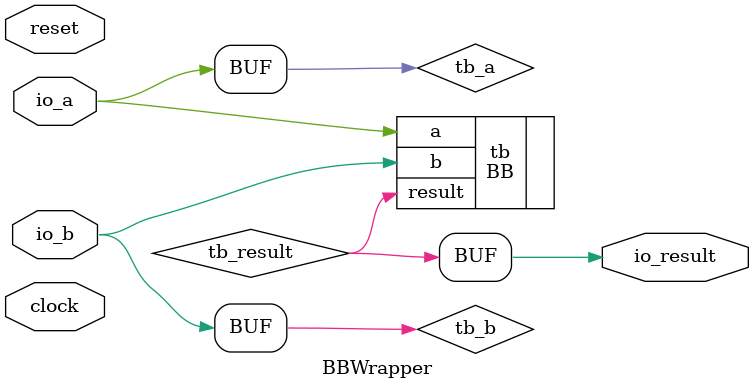
<source format=v>
module BBWrapper( // @[:@11.2]
  input   clock, // @[:@12.4]
  input   reset, // @[:@13.4]
  input   io_a, // @[:@14.4]
  input   io_b, // @[:@14.4]
  output  io_result // @[:@14.4]
);
  wire  tb_result; // @[BlackBoxAnd.scala 29:18:@19.4]
  wire  tb_b; // @[BlackBoxAnd.scala 29:18:@19.4]
  wire  tb_a; // @[BlackBoxAnd.scala 29:18:@19.4]
  BB tb ( // @[BlackBoxAnd.scala 29:18:@19.4]
    .result(tb_result),
    .b(tb_b),
    .a(tb_a)
  );
  assign io_result = tb_result;
  assign tb_b = io_b;
  assign tb_a = io_a;
endmodule

</source>
